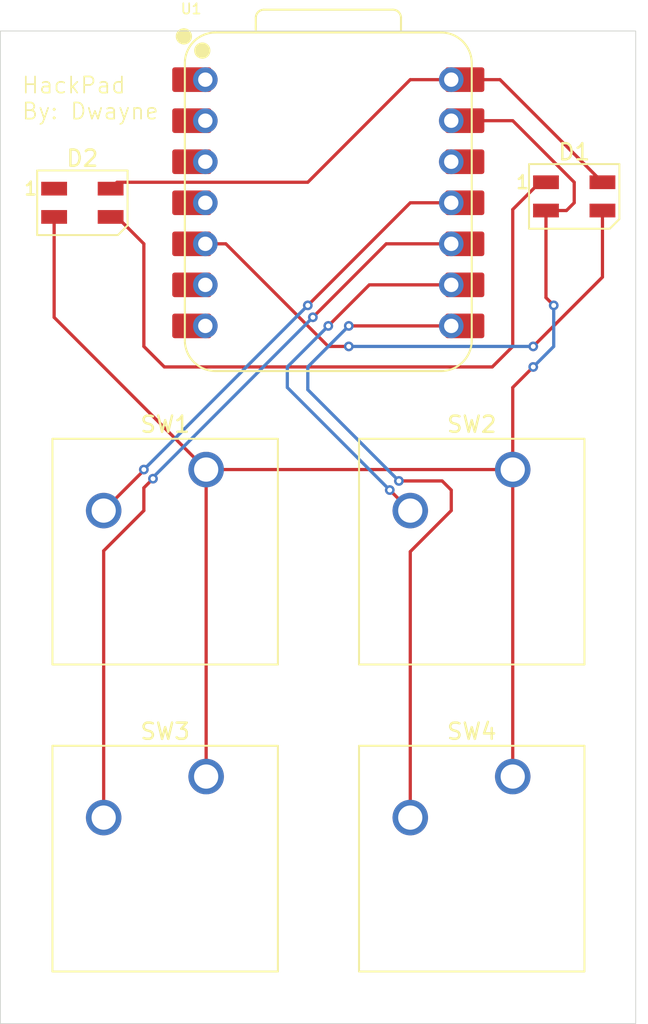
<source format=kicad_pcb>
(kicad_pcb (version 20241229) (generator "pcbnew") (generator_version "9.0")
  (layers (0 "F.Cu" signal) (2 "B.Cu" signal) (13 "F.Paste" user) (15 "B.Paste" user) (5 "F.SilkS" user "F.Silkscreen") (7 "B.SilkS" user "B.Silkscreen") (1 "F.Mask" user) (3 "B.Mask" user) (25 "Edge.Cuts" user))
  (net 0 "")
  (net 1 "Net-(D1-DIN)")
  (net 2 "GND")
  (net 3 "+5V")
  (net 4 "Net-(D1-DOUT)")
  (net 6 "Pin 11")
  (net 7 "Pin 9")
  (net 8 "Pin 10")
  (net 9 "Pin 8")
  (footprint "Button_Switch_Keyboard:SW_Cherry_MX_1.00u_PCB" (layer "F.Cu") (at 156.21 95.25)
    (property "Reference" "SW2" (at -2.54 -2.794 0) (layer "F.SilkS"))
    (property "Value" "SW_Push")
    (fp_line (start -9.525 -1.905) (end 4.445 -1.905) (stroke (width 0.12)) (layer "F.SilkS"))
    (fp_line (start -9.525 12.065) (end -9.525 -1.905) (stroke (width 0.12)) (layer "F.SilkS"))
    (fp_line (start 4.445 -1.905) (end 4.445 12.065) (stroke (width 0.12)) (layer "F.SilkS"))
    (fp_line (start 4.445 12.065) (end -9.525 12.065) (stroke (width 0.12)) (layer "F.SilkS"))
    (pad "" np_thru_hole circle (at -7.62 5.08) (size 1.7 1.7) (drill 1.7) (layers "*.Cu" "*.Mask"))
    (pad "" np_thru_hole circle (at -2.54 5.08) (size 4 4) (drill 4) (layers "*.Cu" "*.Mask"))
    (pad "" np_thru_hole circle (at 2.54 5.08) (size 1.7 1.7) (drill 1.7) (layers "*.Cu" "*.Mask"))
    (pad "1" thru_hole circle (at 0 0) (size 2.2 2.2) (drill 1.5) (layers "*.Cu" "*.Mask") (net 2 "GND"))
    (pad "2" thru_hole circle (at -6.35 2.54) (size 2.2 2.2) (drill 1.5) (layers "*.Cu" "*.Mask") (net 7 "Pin 9"))
  )
  (footprint "Button_Switch_Keyboard:SW_Cherry_MX_1.00u_PCB" (layer "F.Cu") (at 137.21 95.25)
    (property "Reference" "SW1" (at -2.54 -2.794 0) (layer "F.SilkS"))
    (property "Value" "SW_Push")
    (fp_line (start -9.525 -1.905) (end 4.445 -1.905) (stroke (width 0.12)) (layer "F.SilkS"))
    (fp_line (start -9.525 12.065) (end -9.525 -1.905) (stroke (width 0.12)) (layer "F.SilkS"))
    (fp_line (start 4.445 -1.905) (end 4.445 12.065) (stroke (width 0.12)) (layer "F.SilkS"))
    (fp_line (start 4.445 12.065) (end -9.525 12.065) (stroke (width 0.12)) (layer "F.SilkS"))
    (pad "" np_thru_hole circle (at -7.62 5.08) (size 1.7 1.7) (drill 1.7) (layers "*.Cu" "*.Mask"))
    (pad "" np_thru_hole circle (at -2.54 5.08) (size 4 4) (drill 4) (layers "*.Cu" "*.Mask"))
    (pad "" np_thru_hole circle (at 2.54 5.08) (size 1.7 1.7) (drill 1.7) (layers "*.Cu" "*.Mask"))
    (pad "1" thru_hole circle (at 0 0) (size 2.2 2.2) (drill 1.5) (layers "*.Cu" "*.Mask") (net 2 "GND"))
    (pad "2" thru_hole circle (at -6.35 2.54) (size 2.2 2.2) (drill 1.5) (layers "*.Cu" "*.Mask") (net 6 "Pin 11"))
  )
  (footprint "OPL_Footprints:XIAO-RP2040-DIP" (layer "F.Cu") (at 144.78 78.74)
    (property "Reference" "U1" (at -8.5 -12 0) (layer "F.SilkS") (effects (font (size 0.635 0.635) (thickness 0.1016))))
    (property "Value" "XIAO-RP2040-DIP")
    (fp_line (start -8.89 8.509) (end -8.89 -8.636) (stroke (width 0.127)) (layer "F.SilkS"))
    (fp_line (start -6.985 10.414) (end 6.985 10.414) (stroke (width 0.127)) (layer "F.SilkS"))
    (fp_line (start -4.495 -10.541) (end -4.491272 -11.451272) (stroke (width 0.127)) (layer "F.SilkS"))
    (fp_line (start -3.991272 -11.951) (end 4.004 -11.951) (stroke (width 0.127)) (layer "F.SilkS"))
    (fp_line (start 4.504 -11.451) (end 4.504 -10.541) (stroke (width 0.127)) (layer "F.SilkS"))
    (fp_line (start 6.985 -10.541) (end -6.985 -10.541) (stroke (width 0.1)) (layer "F.SilkS"))
    (fp_line (start 6.985 -10.541) (end -6.985 -10.541) (stroke (width 0.127)) (layer "F.SilkS"))
    (fp_line (start 8.89 8.509) (end 8.89 -8.636) (stroke (width 0.127)) (layer "F.SilkS"))
    (fp_arc (start -8.89 -8.636) (mid -8.332038 -9.983038) (end -6.985 -10.541) (stroke (width 0.127)) (layer "F.SilkS"))
    (fp_arc (start -6.985 10.414) (mid -8.332038 9.856038) (end -8.89 8.509) (stroke (width 0.127)) (layer "F.SilkS"))
    (fp_arc (start -4.491272 -11.451272) (mid -4.344728 -11.80464) (end -3.991272 -11.951) (stroke (width 0.127)) (layer "F.SilkS"))
    (fp_arc (start 4.004 -11.951) (mid 4.357553 -11.804553) (end 4.504 -11.451) (stroke (width 0.127)) (layer "F.SilkS"))
    (fp_arc (start 6.985 -10.541) (mid 8.332038 -9.983038) (end 8.89 -8.636) (stroke (width 0.127)) (layer "F.SilkS"))
    (fp_arc (start 8.89 8.509) (mid 8.332038 9.856038) (end 6.985 10.414) (stroke (width 0.127)) (layer "F.SilkS"))
    (fp_circle (center -8.95 -10.3) (end -8.95 -10.554) (stroke (width 0.5)) (fill yes) (layer "F.SilkS"))
    (fp_circle (center -7.807 -9.42) (end -7.807 -9.674) (stroke (width 0.5)) (fill yes) (layer "F.SilkS"))
    (pad "1" smd roundrect (at -8.455 -7.62 180) (size 2.432 1.524) (layers "F.Cu" "F.Mask") (roundrect_rratio 0.1))
    (pad "1" thru_hole circle (at -7.62 -7.62 180) (size 1.524 1.524) (drill 0.889) (layers "*.Cu" "*.Mask"))
    (pad "2" smd roundrect (at -8.455 -5.08 180) (size 2.432 1.524) (layers "F.Cu" "F.Mask") (roundrect_rratio 0.1))
    (pad "2" thru_hole circle (at -7.62 -5.08 180) (size 1.524 1.524) (drill 0.889) (layers "*.Cu" "*.Mask"))
    (pad "3" smd roundrect (at -8.455 -2.54 180) (size 2.432 1.524) (layers "F.Cu" "F.Mask") (roundrect_rratio 0.1))
    (pad "3" thru_hole circle (at -7.62 -2.54 180) (size 1.524 1.524) (drill 0.889) (layers "*.Cu" "*.Mask"))
    (pad "4" smd roundrect (at -8.455 0 180) (size 2.432 1.524) (layers "F.Cu" "F.Mask") (roundrect_rratio 0.1))
    (pad "4" thru_hole circle (at -7.62 0 180) (size 1.524 1.524) (drill 0.889) (layers "*.Cu" "*.Mask"))
    (pad "5" smd roundrect (at -8.455 2.54 180) (size 2.432 1.524) (layers "F.Cu" "F.Mask") (roundrect_rratio 0.1) (net 1 "Net-(D1-DIN)"))
    (pad "5" thru_hole circle (at -7.62 2.54 180) (size 1.524 1.524) (drill 0.889) (layers "*.Cu" "*.Mask") (net 1 "Net-(D1-DIN)"))
    (pad "6" smd roundrect (at -8.455 5.08 180) (size 2.432 1.524) (layers "F.Cu" "F.Mask") (roundrect_rratio 0.1))
    (pad "6" thru_hole circle (at -7.62 5.08 180) (size 1.524 1.524) (drill 0.889) (layers "*.Cu" "*.Mask"))
    (pad "7" smd roundrect (at -8.455 7.62 180) (size 2.432 1.524) (layers "F.Cu" "F.Mask") (roundrect_rratio 0.1))
    (pad "7" thru_hole circle (at -7.62 7.62 180) (size 1.524 1.524) (drill 0.889) (layers "*.Cu" "*.Mask"))
    (pad "8" thru_hole circle (at 7.62 7.62) (size 1.524 1.524) (drill 0.889) (layers "*.Cu" "*.Mask") (net 9 "Pin 8"))
    (pad "8" smd roundrect (at 8.455 7.62) (size 2.432 1.524) (layers "F.Cu" "F.Mask") (roundrect_rratio 0.1) (net 9 "Pin 8"))
    (pad "9" thru_hole circle (at 7.62 5.08) (size 1.524 1.524) (drill 0.889) (layers "*.Cu" "*.Mask") (net 7 "Pin 9"))
    (pad "9" smd roundrect (at 8.455 5.08) (size 2.432 1.524) (layers "F.Cu" "F.Mask") (roundrect_rratio 0.1) (net 7 "Pin 9"))
    (pad "10" thru_hole circle (at 7.62 2.54) (size 1.524 1.524) (drill 0.889) (layers "*.Cu" "*.Mask") (net 8 "Pin 10"))
    (pad "10" smd roundrect (at 8.455 2.54) (size 2.432 1.524) (layers "F.Cu" "F.Mask") (roundrect_rratio 0.1) (net 8 "Pin 10"))
    (pad "11" thru_hole circle (at 7.62 0) (size 1.524 1.524) (drill 0.889) (layers "*.Cu" "*.Mask") (net 6 "Pin 11"))
    (pad "11" smd roundrect (at 8.455 0) (size 2.432 1.524) (layers "F.Cu" "F.Mask") (roundrect_rratio 0.1) (net 6 "Pin 11"))
    (pad "12" thru_hole circle (at 7.62 -2.54) (size 1.524 1.524) (drill 0.889) (layers "*.Cu" "*.Mask"))
    (pad "12" smd roundrect (at 8.455 -2.54) (size 2.432 1.524) (layers "F.Cu" "F.Mask") (roundrect_rratio 0.1))
    (pad "13" thru_hole circle (at 7.62 -5.08) (size 1.524 1.524) (drill 0.889) (layers "*.Cu" "*.Mask") (net 2 "GND"))
    (pad "13" smd roundrect (at 8.455 -5.08) (size 2.432 1.524) (layers "F.Cu" "F.Mask") (roundrect_rratio 0.1) (net 2 "GND"))
    (pad "14" thru_hole circle (at 7.62 -7.62) (size 1.524 1.524) (drill 0.889) (layers "*.Cu" "*.Mask") (net 3 "+5V"))
    (pad "14" smd roundrect (at 8.455 -7.62) (size 2.432 1.524) (layers "F.Cu" "F.Mask") (roundrect_rratio 0.1) (net 3 "+5V"))
  )
  (footprint "Button_Switch_Keyboard:SW_Cherry_MX_1.00u_PCB" (layer "F.Cu") (at 137.21 114.25)
    (property "Reference" "SW3" (at -2.54 -2.794 0) (layer "F.SilkS"))
    (property "Value" "SW_Push")
    (fp_line (start -9.525 -1.905) (end 4.445 -1.905) (stroke (width 0.12)) (layer "F.SilkS"))
    (fp_line (start -9.525 12.065) (end -9.525 -1.905) (stroke (width 0.12)) (layer "F.SilkS"))
    (fp_line (start 4.445 -1.905) (end 4.445 12.065) (stroke (width 0.12)) (layer "F.SilkS"))
    (fp_line (start 4.445 12.065) (end -9.525 12.065) (stroke (width 0.12)) (layer "F.SilkS"))
    (pad "" np_thru_hole circle (at -7.62 5.08) (size 1.7 1.7) (drill 1.7) (layers "*.Cu" "*.Mask"))
    (pad "" np_thru_hole circle (at -2.54 5.08) (size 4 4) (drill 4) (layers "*.Cu" "*.Mask"))
    (pad "" np_thru_hole circle (at 2.54 5.08) (size 1.7 1.7) (drill 1.7) (layers "*.Cu" "*.Mask"))
    (pad "1" thru_hole circle (at 0 0) (size 2.2 2.2) (drill 1.5) (layers "*.Cu" "*.Mask") (net 2 "GND"))
    (pad "2" thru_hole circle (at -6.35 2.54) (size 2.2 2.2) (drill 1.5) (layers "*.Cu" "*.Mask") (net 8 "Pin 10"))
  )
  (footprint "LED_SMD:LED_SK6812MINI_PLCC4_3.5x3.5mm_P1.75mm" (layer "F.Cu") (at 160.02 78.345)
    (property "Reference" "D1" (at 0 -2.75 0) (layer "F.SilkS"))
    (property "Value" "SK6812MINI")
    (fp_line (start -2.8 -2) (end -2.8 2) (stroke (width 0.12)) (layer "F.SilkS"))
    (fp_line (start -2.8 -2) (end 2.8 -2) (stroke (width 0.12)) (layer "F.SilkS"))
    (fp_line (start -2.8 2) (end 2.2 2) (stroke (width 0.12)) (layer "F.SilkS"))
    (fp_line (start 2.8 1.4) (end 2.2 2) (stroke (width 0.12)) (layer "F.SilkS"))
    (fp_line (start 2.8 1.4) (end 2.8 -2) (stroke (width 0.12)) (layer "F.SilkS"))
    (fp_text user "1" (at -3.2 -0.875 0) (layer "F.SilkS") (effects (font (size 0.8 0.8))))
    (pad "1" smd rect (at -1.75 -0.875) (size 1.6 0.85) (layers "F.Cu" "F.Mask" "F.Paste") (net 4 "Net-(D1-DOUT)"))
    (pad "2" smd rect (at -1.75 0.875) (size 1.6 0.85) (layers "F.Cu" "F.Mask" "F.Paste") (net 2 "GND"))
    (pad "3" smd rect (at 1.75 0.875) (size 1.6 0.85) (layers "F.Cu" "F.Mask" "F.Paste") (net 1 "Net-(D1-DIN)"))
    (pad "4" smd rect (at 1.75 -0.875) (size 1.6 0.85) (layers "F.Cu" "F.Mask" "F.Paste") (net 3 "+5V"))
  )
  (footprint "Button_Switch_Keyboard:SW_Cherry_MX_1.00u_PCB" (layer "F.Cu") (at 156.21 114.25)
    (property "Reference" "SW4" (at -2.54 -2.794 0) (layer "F.SilkS"))
    (property "Value" "SW_Push")
    (fp_line (start -9.525 -1.905) (end 4.445 -1.905) (stroke (width 0.12)) (layer "F.SilkS"))
    (fp_line (start -9.525 12.065) (end -9.525 -1.905) (stroke (width 0.12)) (layer "F.SilkS"))
    (fp_line (start 4.445 -1.905) (end 4.445 12.065) (stroke (width 0.12)) (layer "F.SilkS"))
    (fp_line (start 4.445 12.065) (end -9.525 12.065) (stroke (width 0.12)) (layer "F.SilkS"))
    (pad "" np_thru_hole circle (at -7.62 5.08) (size 1.7 1.7) (drill 1.7) (layers "*.Cu" "*.Mask"))
    (pad "" np_thru_hole circle (at -2.54 5.08) (size 4 4) (drill 4) (layers "*.Cu" "*.Mask"))
    (pad "" np_thru_hole circle (at 2.54 5.08) (size 1.7 1.7) (drill 1.7) (layers "*.Cu" "*.Mask"))
    (pad "1" thru_hole circle (at 0 0) (size 2.2 2.2) (drill 1.5) (layers "*.Cu" "*.Mask") (net 2 "GND"))
    (pad "2" thru_hole circle (at -6.35 2.54) (size 2.2 2.2) (drill 1.5) (layers "*.Cu" "*.Mask") (net 9 "Pin 8"))
  )
  (footprint "LED_SMD:LED_SK6812MINI_PLCC4_3.5x3.5mm_P1.75mm" (layer "F.Cu") (at 129.54 78.74)
    (property "Reference" "D2" (at 0 -2.75 0) (layer "F.SilkS"))
    (property "Value" "SK6812MINI")
    (fp_line (start -2.8 -2) (end -2.8 2) (stroke (width 0.12)) (layer "F.SilkS"))
    (fp_line (start -2.8 -2) (end 2.8 -2) (stroke (width 0.12)) (layer "F.SilkS"))
    (fp_line (start -2.8 2) (end 2.2 2) (stroke (width 0.12)) (layer "F.SilkS"))
    (fp_line (start 2.8 1.4) (end 2.2 2) (stroke (width 0.12)) (layer "F.SilkS"))
    (fp_line (start 2.8 1.4) (end 2.8 -2) (stroke (width 0.12)) (layer "F.SilkS"))
    (fp_text user "1" (at -3.2 -0.875 0) (layer "F.SilkS") (effects (font (size 0.8 0.8))))
    (pad "1" smd rect (at -1.75 -0.875) (size 1.6 0.85) (layers "F.Cu" "F.Mask" "F.Paste"))
    (pad "2" smd rect (at -1.75 0.875) (size 1.6 0.85) (layers "F.Cu" "F.Mask" "F.Paste") (net 2 "GND"))
    (pad "3" smd rect (at 1.75 0.875) (size 1.6 0.85) (layers "F.Cu" "F.Mask" "F.Paste") (net 4 "Net-(D1-DOUT)"))
    (pad "4" smd rect (at 1.75 -0.875) (size 1.6 0.85) (layers "F.Cu" "F.Mask" "F.Paste") (net 3 "+5V"))
  )
  (gr_rect (start 124.46 68.108599) (end 163.83 129.54) (stroke (width 0.05)) (fill no) (layer "Edge.Cuts"))
  (gr_text "HackPad\nBy: Dwayne" (at 125.73 73.66 0) (layer "F.SilkS") (effects (font (size 1 1) (thickness 0.1)) (justify left bottom)))
  (segment (start 138.43 81.28) (end 137.16 81.28) (width 0.2) (layer "F.Cu") (net 1))
  (segment (start 144.78 87.63) (end 138.43 81.28) (width 0.2) (layer "F.Cu") (net 1))
  (segment (start 161.77 83.34) (end 161.77 79.22) (width 0.2) (layer "F.Cu") (net 1))
  (segment (start 157.48 87.63) (end 161.77 83.34) (width 0.2) (layer "F.Cu") (net 1))
  (segment (start 146.05 87.63) (end 144.78 87.63) (width 0.2) (layer "F.Cu") (net 1))
  (via (at 146.05 87.63) (size 0.6) (drill 0.3) (layers "F.Cu" "B.Cu") (net 1))
  (via (at 157.48 87.63) (size 0.6) (drill 0.3) (layers "F.Cu" "B.Cu") (net 1))
  (segment (start 157.48 87.63) (end 146.05 87.63) (width 0.2) (layer "B.Cu") (net 1))
  (segment (start 127.79 79.615) (end 127.79 85.83) (width 0.2) (layer "F.Cu") (net 2))
  (segment (start 137.21 95.25) (end 156.21 95.25) (width 0.2) (layer "F.Cu") (net 2))
  (segment (start 127.79 85.83) (end 137.21 95.25) (width 0.2) (layer "F.Cu") (net 2))
  (segment (start 157.48 88.9) (end 156.21 90.17) (width 0.2) (layer "F.Cu") (net 2))
  (segment (start 156.21 90.17) (end 156.21 95.25) (width 0.2) (layer "F.Cu") (net 2))
  (segment (start 158.27 79.22) (end 158.27 84.61) (width 0.2) (layer "F.Cu") (net 2))
  (segment (start 158.27 84.61) (end 158.75 85.09) (width 0.2) (layer "F.Cu") (net 2))
  (segment (start 158.27 79.22) (end 159.54 79.22) (width 0.2) (layer "F.Cu") (net 2))
  (segment (start 160.02 78.74) (end 160.02 77.47) (width 0.2) (layer "F.Cu") (net 2))
  (segment (start 137.21 114.25) (end 137.21 95.25) (width 0.2) (layer "F.Cu") (net 2))
  (segment (start 159.54 79.22) (end 160.02 78.74) (width 0.2) (layer "F.Cu") (net 2))
  (segment (start 160.02 77.47) (end 156.21 73.66) (width 0.2) (layer "F.Cu") (net 2))
  (segment (start 156.21 73.66) (end 153.235 73.66) (width 0.2) (layer "F.Cu") (net 2))
  (segment (start 156.21 95.25) (end 156.21 114.25) (width 0.2) (layer "F.Cu") (net 2))
  (via (at 158.75 85.09) (size 0.6) (drill 0.3) (layers "F.Cu" "B.Cu") (net 2))
  (via (at 157.48 88.9) (size 0.6) (drill 0.3) (layers "F.Cu" "B.Cu") (net 2))
  (segment (start 158.75 87.63) (end 157.48 88.9) (width 0.2) (layer "B.Cu") (net 2))
  (segment (start 158.75 85.09) (end 158.75 87.63) (width 0.2) (layer "B.Cu") (net 2))
  (segment (start 161.77 77.47) (end 155.42 71.12) (width 0.2) (layer "F.Cu") (net 3))
  (segment (start 143.51 77.47) (end 149.86 71.12) (width 0.2) (layer "F.Cu") (net 3))
  (segment (start 131.29 77.865) (end 131.685 77.47) (width 0.2) (layer "F.Cu") (net 3))
  (segment (start 149.86 71.12) (end 153.235 71.12) (width 0.2) (layer "F.Cu") (net 3))
  (segment (start 155.42 71.12) (end 153.235 71.12) (width 0.2) (layer "F.Cu") (net 3))
  (segment (start 131.685 77.47) (end 143.51 77.47) (width 0.2) (layer "F.Cu") (net 3))
  (segment (start 133.35 81.28) (end 131.685 79.615) (width 0.2) (layer "F.Cu") (net 4))
  (segment (start 156.21 87.63) (end 154.94 88.9) (width 0.2) (layer "F.Cu") (net 4))
  (segment (start 131.685 79.615) (end 131.29 79.615) (width 0.2) (layer "F.Cu") (net 4))
  (segment (start 156.21 79.155) (end 156.21 87.63) (width 0.2) (layer "F.Cu") (net 4))
  (segment (start 154.94 88.9) (end 134.62 88.9) (width 0.2) (layer "F.Cu") (net 4))
  (segment (start 133.35 87.63) (end 133.35 81.28) (width 0.2) (layer "F.Cu") (net 4))
  (segment (start 158.27 77.47) (end 157.895 77.47) (width 0.2) (layer "F.Cu") (net 4))
  (segment (start 157.895 77.47) (end 156.21 79.155) (width 0.2) (layer "F.Cu") (net 4))
  (segment (start 134.62 88.9) (end 133.35 87.63) (width 0.2) (layer "F.Cu") (net 4))
  (segment (start 143.51 85.09) (end 149.86 78.74) (width 0.2) (layer "F.Cu") (net 6))
  (segment (start 130.86 97.79) (end 133.35 95.3) (width 0.2) (layer "F.Cu") (net 6))
  (segment (start 133.35 95.3) (end 133.35 95.25) (width 0.2) (layer "F.Cu") (net 6))
  (segment (start 149.86 78.74) (end 152.4 78.74) (width 0.2) (layer "F.Cu") (net 6))
  (via (at 143.51 85.09) (size 0.6) (drill 0.3) (layers "F.Cu" "B.Cu") (net 6))
  (via (at 133.35 95.25) (size 0.6) (drill 0.3) (layers "F.Cu" "B.Cu") (net 6))
  (segment (start 133.35 95.25) (end 143.51 85.09) (width 0.2) (layer "B.Cu") (net 6))
  (segment (start 144.78 86.36) (end 147.32 83.82) (width 0.2) (layer "F.Cu") (net 7))
  (segment (start 147.32 83.82) (end 152.4 83.82) (width 0.2) (layer "F.Cu") (net 7))
  (segment (start 149.86 97.79) (end 148.59 96.52) (width 0.2) (layer "F.Cu") (net 7))
  (via (at 148.59 96.52) (size 0.6) (drill 0.3) (layers "F.Cu" "B.Cu") (net 7))
  (via (at 144.78 86.36) (size 0.6) (drill 0.3) (layers "F.Cu" "B.Cu") (net 7))
  (segment (start 142.24 88.9) (end 144.78 86.36) (width 0.2) (layer "B.Cu") (net 7))
  (segment (start 148.59 96.52) (end 142.24 90.17) (width 0.2) (layer "B.Cu") (net 7))
  (segment (start 142.24 90.17) (end 142.24 88.9) (width 0.2) (layer "B.Cu") (net 7))
  (segment (start 148.369936 81.28) (end 152.4 81.28) (width 0.2) (layer "F.Cu") (net 8))
  (segment (start 130.86 100.28) (end 133.35 97.79) (width 0.2) (layer "F.Cu") (net 8))
  (segment (start 143.824233 85.825703) (end 148.369936 81.28) (width 0.2) (layer "F.Cu") (net 8))
  (segment (start 133.35 96.381374) (end 133.915688 95.815686) (width 0.2) (layer "F.Cu") (net 8))
  (segment (start 133.35 97.79) (end 133.35 96.381374) (width 0.2) (layer "F.Cu") (net 8))
  (segment (start 130.86 116.79) (end 130.86 100.28) (width 0.2) (layer "F.Cu") (net 8))
  (via (at 143.824233 85.825703) (size 0.6) (drill 0.3) (layers "F.Cu" "B.Cu") (net 8))
  (via (at 133.915688 95.815686) (size 0.6) (drill 0.3) (layers "F.Cu" "B.Cu") (net 8))
  (segment (start 133.915688 95.815686) (end 133.915688 95.734248) (width 0.2) (layer "B.Cu") (net 8))
  (segment (start 133.915688 95.734248) (end 143.824233 85.825703) (width 0.2) (layer "B.Cu") (net 8))
  (segment (start 146.05 86.36) (end 152.4 86.36) (width 0.2) (layer "F.Cu") (net 9))
  (segment (start 152.4 97.79) (end 152.4 96.52) (width 0.2) (layer "F.Cu") (net 9))
  (segment (start 149.86 116.79) (end 149.86 100.33) (width 0.2) (layer "F.Cu") (net 9))
  (segment (start 152.4 96.52) (end 151.834312 95.954312) (width 0.2) (layer "F.Cu") (net 9))
  (segment (start 149.86 100.33) (end 152.4 97.79) (width 0.2) (layer "F.Cu") (net 9))
  (segment (start 151.834312 95.954312) (end 149.155687 95.954312) (width 0.2) (layer "F.Cu") (net 9))
  (via (at 149.155687 95.954312) (size 0.6) (drill 0.3) (layers "F.Cu" "B.Cu") (net 9))
  (via (at 146.05 86.36) (size 0.6) (drill 0.3) (layers "F.Cu" "B.Cu") (net 9))
  (segment (start 143.51 88.9) (end 146.05 86.36) (width 0.2) (layer "B.Cu") (net 9))
  (segment (start 143.51 90.17) (end 143.51 88.9) (width 0.2) (layer "B.Cu") (net 9))
  (segment (start 149.155687 95.954312) (end 143.51 90.308625) (width 0.2) (layer "B.Cu") (net 9))
  (segment (start 143.51 90.308625) (end 143.51 90.17) (width 0.2) (layer "B.Cu") (net 9))
)
</source>
